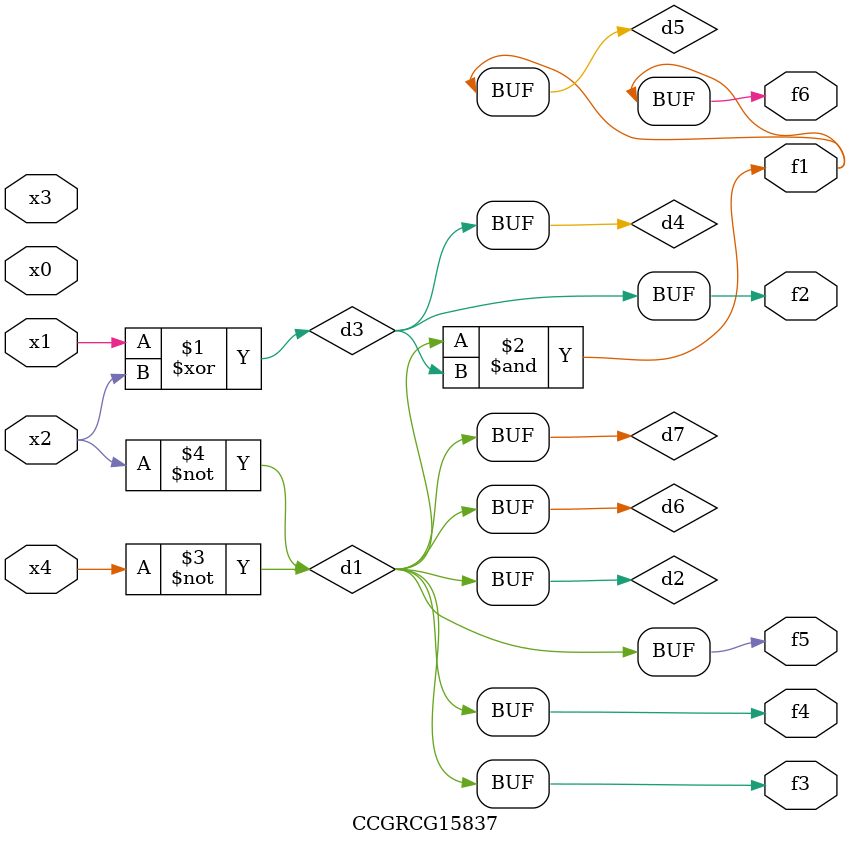
<source format=v>
module CCGRCG15837(
	input x0, x1, x2, x3, x4,
	output f1, f2, f3, f4, f5, f6
);

	wire d1, d2, d3, d4, d5, d6, d7;

	not (d1, x4);
	not (d2, x2);
	xor (d3, x1, x2);
	buf (d4, d3);
	and (d5, d1, d3);
	buf (d6, d1, d2);
	buf (d7, d2);
	assign f1 = d5;
	assign f2 = d4;
	assign f3 = d7;
	assign f4 = d7;
	assign f5 = d7;
	assign f6 = d5;
endmodule

</source>
